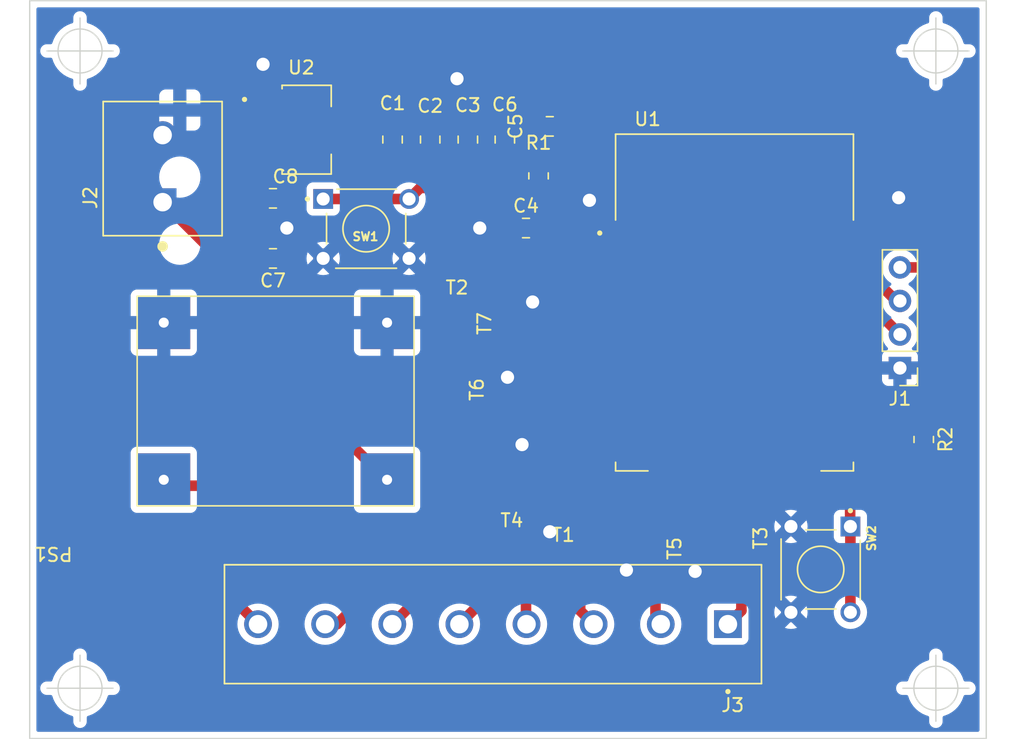
<source format=kicad_pcb>
(kicad_pcb (version 20211014) (generator pcbnew)
  (layers (0 "F.Cu" signal) (31 "B.Cu" signal) (34 "B.Paste" user) (35 "F.Paste" user) (36 "B.SilkS" user "B.Silkscreen") (37 "F.SilkS" user "F.Silkscreen") (38 "B.Mask" user) (39 "F.Mask" user) (44 "Edge.Cuts" user))
  (net 0 "")
  (net 1 "+3V3")
  (net 2 "GND")
  (net 3 "Net-(J3-Pad1)")
  (net 4 "Net-(J3-Pad2)")
  (net 5 "Net-(J3-Pad4)")
  (net 6 "Net-(J3-Pad5)")
  (net 7 "Net-(J3-Pad6)")
  (net 8 "Net-(J3-Pad7)")
  (net 9 "Net-(C7-Pad2)")
  (net 10 "Net-(J1-Pad2)")
  (net 11 "Net-(J1-Pad3)")
  (net 12 "Net-(J3-Pad3)")
  (net 13 "Net-(T1-Pad1)")
  (net 14 "Net-(T2-Pad1)")
  (net 15 "Net-(T3-Pad1)")
  (net 39 "Net-(T4-Pad1)")
  (net 40 "Net-(T5-Pad1)")
  (net 41 "Net-(T6-Pad1)")
  (net 42 "Net-(T7-Pad1)")
  (net 43 "Net-(C4-Pad2)")
  (net 44 "12V")
  (net 45 "Net-(R2-Pad2)")
  (footprint "libraries:SOT23" (layer "F.Cu") (at 150.4 108.8 -90)
    (fp_text reference "T5" (at 1.27142 -2.54284 90) (layer "F.SilkS") (effects (font (size 1.001118 1.001118))))
    (fp_text value "BC848")
    (pad "1" smd rect locked (at -0.95 1.1 270) (size 1 1.4) (layers "F.Cu" "F.Paste" "F.Mask") (net 40 "Net-(T5-Pad1)"))
    (pad "2" smd rect locked (at 0.95 1.1 270) (size 1 1.4) (layers "F.Cu" "F.Paste" "F.Mask") (net 2 "GND"))
    (pad "3" smd rect locked (at 0 -1.1 270) (size 1 1.4) (layers "F.Cu" "F.Paste" "F.Mask") (net 4 "Net-(J3-Pad2)"))
  )
  (footprint "Capacitor_SMD:C_0805_2012Metric" (layer "F.Cu") (at 140.1 79.1 90)
    (fp_text reference "C6" (at 2.65 0 180) (layer "F.SilkS"))
    (fp_text value "4.7u")
    (fp_line (start -0.261252 -0.735) (end 0.261252 -0.735) (layer "F.SilkS") (width 0.12))
    (fp_line (start -0.261252 0.735) (end 0.261252 0.735) (layer "F.SilkS") (width 0.12))
    (pad "1" smd roundrect (at -0.95 0 90) (size 1 1.45) (layers "F.Cu" "F.Paste" "F.Mask") (net 1 "+3V3"))
    (pad "2" smd roundrect (at 0.95 0 90) (size 1 1.45) (layers "F.Cu" "F.Paste" "F.Mask") (net 2 "GND"))
  )
  (footprint "libraries:TE_282841-8" (layer "F.Cu") (at 139.2 115.8 180)
    (fp_text reference "J3" (at -18.145 -6.135) (layer "F.SilkS"))
    (fp_text value "R pinnen RGB strips")
    (fp_line (start 20.32 4.5) (end -20.32 4.5) (layer "F.SilkS") (width 0.127))
    (fp_line (start -20.32 -4.5) (end 20.32 -4.5) (layer "F.SilkS") (width 0.127))
    (fp_line (start 20.32 -4.5) (end 20.32 4.5) (layer "F.SilkS") (width 0.127))
    (fp_line (start -20.32 4.5) (end -20.32 -4.5) (layer "F.SilkS") (width 0.127))
    (fp_circle (center -17.78 -5.1) (end -17.68 -5.1) (layer "F.SilkS") (width 0.2) (fill none))
    (pad "1" thru_hole rect locked (at -17.78 0 180) (size 2.1 2.1) (drill 1.4) (layers *.Cu *.Mask) (net 3 "Net-(J3-Pad1)"))
    (pad "2" thru_hole circle locked (at -12.7 0 180) (size 2.1 2.1) (drill 1.4) (layers *.Cu *.Mask) (net 4 "Net-(J3-Pad2)"))
    (pad "3" thru_hole circle locked (at -7.62 0 180) (size 2.1 2.1) (drill 1.4) (layers *.Cu *.Mask) (net 12 "Net-(J3-Pad3)"))
    (pad "4" thru_hole circle locked (at -2.54 0 180) (size 2.1 2.1) (drill 1.4) (layers *.Cu *.Mask) (net 5 "Net-(J3-Pad4)"))
    (pad "5" thru_hole circle locked (at 2.54 0 180) (size 2.1 2.1) (drill 1.4) (layers *.Cu *.Mask) (net 6 "Net-(J3-Pad5)"))
    (pad "6" thru_hole circle locked (at 7.62 0 180) (size 2.1 2.1) (drill 1.4) (layers *.Cu *.Mask) (net 7 "Net-(J3-Pad6)"))
    (pad "7" thru_hole circle locked (at 12.7 0 180) (size 2.1 2.1) (drill 1.4) (layers *.Cu *.Mask) (net 8 "Net-(J3-Pad7)"))
    (pad "8" thru_hole circle locked (at 17.78 0 180) (size 2.1 2.1) (drill 1.4) (layers *.Cu *.Mask) (net 44 "12V"))
  )
  (footprint "Capacitor_SMD:C_0805_2012Metric" (layer "F.Cu") (at 134.45 79.1 90)
    (fp_text reference "C2" (at 2.55 0 180) (layer "F.SilkS"))
    (fp_text value "22u")
    (fp_line (start -0.261252 -0.735) (end 0.261252 -0.735) (layer "F.SilkS") (width 0.12))
    (fp_line (start -0.261252 0.735) (end 0.261252 0.735) (layer "F.SilkS") (width 0.12))
    (pad "1" smd roundrect (at -0.95 0 90) (size 1 1.45) (layers "F.Cu" "F.Paste" "F.Mask") (net 1 "+3V3"))
    (pad "2" smd roundrect (at 0.95 0 90) (size 1 1.45) (layers "F.Cu" "F.Paste" "F.Mask") (net 2 "GND"))
  )
  (footprint "Capacitor_SMD:C_0805_2012Metric" (layer "F.Cu") (at 122.55 83.55)
    (fp_text reference "C8" (at 0.95 -1.65) (layer "F.SilkS"))
    (fp_text value "4.7u")
    (fp_line (start -0.261252 -0.735) (end 0.261252 -0.735) (layer "F.SilkS") (width 0.12))
    (fp_line (start -0.261252 0.735) (end 0.261252 0.735) (layer "F.SilkS") (width 0.12))
    (pad "1" smd roundrect (at -0.95 0) (size 1 1.45) (layers "F.Cu" "F.Paste" "F.Mask") (net 9 "Net-(C7-Pad2)"))
    (pad "2" smd roundrect (at 0.95 0) (size 1 1.45) (layers "F.Cu" "F.Paste" "F.Mask") (net 2 "GND"))
  )
  (footprint "Connector_PinHeader_2.54mm:PinHeader_1x04_P2.54mm_Vertical" (layer "F.Cu") (at 170 96.4 180)
    (fp_text reference "J1" (at 0 -2.33) (layer "F.SilkS"))
    (fp_text value "Conn_01x04_Female")
    (fp_line (start -1.33 8.95) (end 1.33 8.95) (layer "F.SilkS") (width 0.12))
    (fp_line (start -1.33 1.27) (end -1.33 8.95) (layer "F.SilkS") (width 0.12))
    (fp_line (start -1.33 1.27) (end 1.33 1.27) (layer "F.SilkS") (width 0.12))
    (fp_line (start 1.33 1.27) (end 1.33 8.95) (layer "F.SilkS") (width 0.12))
    (fp_line (start -1.33 0) (end -1.33 -1.33) (layer "F.SilkS") (width 0.12))
    (fp_line (start -1.33 -1.33) (end 0 -1.33) (layer "F.SilkS") (width 0.12))
    (pad "1" thru_hole rect (at 0 0 180) (size 1.7 1.7) (drill 1) (layers *.Cu *.Mask) (net 2 "GND"))
    (pad "2" thru_hole oval (at 0 2.54 180) (size 1.7 1.7) (drill 1) (layers *.Cu *.Mask) (net 10 "Net-(J1-Pad2)"))
    (pad "3" thru_hole oval (at 0 5.08 180) (size 1.7 1.7) (drill 1) (layers *.Cu *.Mask) (net 11 "Net-(J1-Pad3)"))
    (pad "4" thru_hole oval (at 0 7.62 180) (size 1.7 1.7) (drill 1) (layers *.Cu *.Mask) (net 1 "+3V3"))
  )
  (footprint "libraries:SOT23" (layer "F.Cu") (at 141.9 105.4 180)
    (fp_text reference "T4" (at 1.27142 -2.54284) (layer "F.SilkS") (effects (font (size 1.001118 1.001118))))
    (fp_text value "BC848")
    (pad "1" smd rect locked (at -0.95 1.1 180) (size 1 1.4) (layers "F.Cu" "F.Paste" "F.Mask") (net 39 "Net-(T4-Pad1)"))
    (pad "2" smd rect locked (at 0.95 1.1 180) (size 1 1.4) (layers "F.Cu" "F.Paste" "F.Mask") (net 2 "GND"))
    (pad "3" smd rect locked (at 0 -1.1 180) (size 1 1.4) (layers "F.Cu" "F.Paste" "F.Mask") (net 5 "Net-(J3-Pad4)"))
  )
  (footprint "libraries:SOT23" (layer "F.Cu") (at 139.2 90.2 180)
    (fp_text reference "T2" (at 2.718 -0.1104) (layer "F.SilkS") (effects (font (size 1.001118 1.001118))))
    (fp_text value "BC848")
    (pad "1" smd rect locked (at -0.95 1.1 180) (size 1 1.4) (layers "F.Cu" "F.Paste" "F.Mask") (net 14 "Net-(T2-Pad1)"))
    (pad "2" smd rect locked (at 0.95 1.1 180) (size 1 1.4) (layers "F.Cu" "F.Paste" "F.Mask") (net 2 "GND"))
    (pad "3" smd rect locked (at 0 -1.1 180) (size 1 1.4) (layers "F.Cu" "F.Paste" "F.Mask") (net 8 "Net-(J3-Pad7)"))
  )
  (footprint "libraries:Buck Converter" (layer "F.Cu") (at 122.6865 98.9635 180)
    (fp_text reference "PS1" (at 16.764 -11.509 180 unlocked) (layer "F.SilkS"))
    (fp_text value "ITX0512SA")
    (fp_rect (start -10.541 -7.874) (end 10.414 8.001) (layer "F.SilkS") (width 0.12) (fill none))
    (pad "1a" thru_hole rect (at 8.4 -5.9 180) (size 4 4) (drill 0.762) (layers *.Cu *.Mask) (net 44 "12V"))
    (pad "2a" thru_hole rect (at 8.4 6 180) (size 4 4) (drill 0.762) (layers *.Cu *.Mask) (net 2 "GND"))
    (pad "3a" thru_hole rect (at -8.5 -5.9 180) (size 4 4) (drill 0.762) (layers *.Cu *.Mask) (net 9 "Net-(C7-Pad2)"))
    (pad "4a" thru_hole rect (at -8.5 6 180) (size 4 4) (drill 0.762) (layers *.Cu *.Mask) (net 2 "GND"))
  )
  (footprint "libraries:SOT23" (layer "F.Cu") (at 156.9 108 -90)
    (fp_text reference "T3" (at 1.27142 -2.54284 -270) (layer "F.SilkS") (effects (font (size 1.001118 1.001118))))
    (fp_text value "BC848")
    (pad "1" smd rect locked (at -0.95 1.1 270) (size 1 1.4) (layers "F.Cu" "F.Paste" "F.Mask") (net 15 "Net-(T3-Pad1)"))
    (pad "2" smd rect locked (at 0.95 1.1 270) (size 1 1.4) (layers "F.Cu" "F.Paste" "F.Mask") (net 2 "GND"))
    (pad "3" smd rect locked (at 0 -1.1 270) (size 1 1.4) (layers "F.Cu" "F.Paste" "F.Mask") (net 3 "Net-(J3-Pad1)"))
  )
  (footprint "Capacitor_SMD:C_0805_2012Metric" (layer "F.Cu") (at 131.6 79.1 90)
    (fp_text reference "C1" (at 2.75 0 180) (layer "F.SilkS"))
    (fp_text value "220u")
    (fp_line (start -0.261252 0.735) (end 0.261252 0.735) (layer "F.SilkS") (width 0.12))
    (fp_line (start -0.261252 -0.735) (end 0.261252 -0.735) (layer "F.SilkS") (width 0.12))
    (pad "1" smd roundrect (at -0.95 0 90) (size 1 1.45) (layers "F.Cu" "F.Paste" "F.Mask") (net 1 "+3V3"))
    (pad "2" smd roundrect locked (at 0.95 0 90) (size 1 1.45) (layers "F.Cu" "F.Paste" "F.Mask") (net 2 "GND"))
  )
  (footprint "Resistor_SMD:R_0805_2012Metric" (layer "F.Cu") (at 142.65 81.85 -90)
    (fp_text reference "R1" (at -2.5 0 180) (layer "F.SilkS"))
    (fp_text value "10k")
    (fp_line (start -0.227064 -0.735) (end 0.227064 -0.735) (layer "F.SilkS") (width 0.12))
    (fp_line (start -0.227064 0.735) (end 0.227064 0.735) (layer "F.SilkS") (width 0.12))
    (pad "1" smd roundrect (at -0.9125 0 270) (size 1.025 1.4) (layers "F.Cu" "F.Paste" "F.Mask") (roundrect_rratio 0.243902) (net 1 "+3V3"))
    (pad "2" smd roundrect (at 0.9125 0 270) (size 1.025 1.4) (layers "F.Cu" "F.Paste" "F.Mask") (roundrect_rratio 0.243902) (net 43 "Net-(C4-Pad2)"))
  )
  (footprint "libraries:SOT23" (layer "F.Cu") (at 145.8 106.5 180)
    (fp_text reference "T1" (at 1.27142 -2.54284) (layer "F.SilkS") (effects (font (size 1.001118 1.001118))))
    (fp_text value "BC848")
    (pad "1" smd rect locked (at -0.95 1.1 180) (size 1 1.4) (layers "F.Cu" "F.Paste" "F.Mask") (net 13 "Net-(T1-Pad1)"))
    (pad "2" smd rect locked (at 0.95 1.1 180) (size 1 1.4) (layers "F.Cu" "F.Paste" "F.Mask") (net 2 "GND"))
    (pad "3" smd rect locked (at 0 -1.1 180) (size 1 1.4) (layers "F.Cu" "F.Paste" "F.Mask") (net 12 "Net-(J3-Pad3)"))
  )
  (footprint "Capacitor_SMD:C_0805_2012Metric" (layer "F.Cu") (at 122.55 88.1 180)
    (fp_text reference "C7" (at 0 -1.68) (layer "F.SilkS"))
    (fp_text value "0.1u")
    (fp_line (start -0.261252 -0.735) (end 0.261252 -0.735) (layer "F.SilkS") (width 0.12))
    (fp_line (start -0.261252 0.735) (end 0.261252 0.735) (layer "F.SilkS") (width 0.12))
    (pad "1" smd roundrect (at -0.95 0 180) (size 1 1.45) (layers "F.Cu" "F.Paste" "F.Mask") (net 2 "GND"))
    (pad "2" smd roundrect (at 0.95 0 180) (size 1 1.45) (layers "F.Cu" "F.Paste" "F.Mask") (net 9 "Net-(C7-Pad2)"))
  )
  (footprint "libraries:SOT229P700X180-4N" (layer "F.Cu") (at 125.1 78.35)
    (fp_text reference "U2" (at -0.40579 -4.70284) (layer "F.SilkS") (effects (font (size 1.001528 1.001528))))
    (fp_text value "AMS1117")
    (fp_line (start -1.86 -3.36) (end -1.86 -3.1) (layer "F.SilkS") (width 0.127))
    (fp_line (start -1.86 3.36) (end 1.86 3.36) (layer "F.SilkS") (width 0.127))
    (fp_line (start 1.86 -1.76) (end 1.86 -3.36) (layer "F.SilkS") (width 0.127))
    (fp_line (start -1.86 -3.36) (end 1.86 -3.36) (layer "F.SilkS") (width 0.127))
    (fp_line (start -1.86 3.11) (end -1.86 3.36) (layer "F.SilkS") (width 0.127))
    (fp_line (start 1.86 3.36) (end 1.86 1.87) (layer "F.SilkS") (width 0.127))
    (fp_circle (center -4.703 -2.29) (end -4.603 -2.29) (layer "F.SilkS") (width 0.2) (fill none))
    (pad "1" smd roundrect locked (at -3.345 -2.29 270) (size 0.93 1.31) (layers "F.Cu" "F.Paste" "F.Mask") (roundrect_rratio 0.1) (net 2 "GND"))
    (pad "2" smd roundrect locked (at -3.345 0 270) (size 0.93 1.31) (layers "F.Cu" "F.Paste" "F.Mask") (roundrect_rratio 0.1) (net 1 "+3V3"))
    (pad "3" smd roundrect locked (at -3.345 2.29 270) (size 0.93 1.31) (layers "F.Cu" "F.Paste" "F.Mask") (roundrect_rratio 0.1) (net 9 "Net-(C7-Pad2)"))
    (pad "4" smd roundrect locked (at 3.345 0 270) (size 3.24 1.31) (layers "F.Cu" "F.Paste" "F.Mask") (roundrect_rratio 0.1) (net 1 "+3V3"))
  )
  (footprint "libraries:SOT23" (layer "F.Cu") (at 141.1 94.3 90)
    (fp_text reference "T7" (at 1.27142 -2.54284 90) (layer "F.SilkS") (effects (font (size 1.001118 1.001118))))
    (fp_text value "BC848")
    (pad "1" smd rect locked (at -0.95 1.1 90) (size 1 1.4) (layers "F.Cu" "F.Paste" "F.Mask") (net 42 "Net-(T7-Pad1)"))
    (pad "2" smd rect locked (at 0.95 1.1 90) (size 1 1.4) (layers "F.Cu" "F.Paste" "F.Mask") (net 2 "GND"))
    (pad "3" smd rect locked (at 0 -1.1 90) (size 1 1.4) (layers "F.Cu" "F.Paste" "F.Mask") (net 7 "Net-(J3-Pad6)"))
  )
  (footprint "libraries:TE_282841-2" (layer "F.Cu") (at 114.2 81.3 90)
    (fp_text reference "J2" (at -2.197155 -5.470375 90) (layer "F.SilkS") (effects (font (size 1.000984 1.000984))))
    (fp_text value "12V DC")
    (fp_line (start -5.08 4.5) (end 5.08 4.5) (layer "F.SilkS") (width 0.127))
    (fp_line (start 5.08 -4.5) (end -5.08 -4.5) (layer "F.SilkS") (width 0.127))
    (fp_line (start 5.08 4.5) (end 5.08 -4.5) (layer "F.SilkS") (width 0.127))
    (fp_line (start -5.08 -4.5) (end -5.08 4.5) (layer "F.SilkS") (width 0.127))
    (fp_circle (center -5.89 0) (end -5.69 0) (layer "F.SilkS") (width 0.4) (fill none))
    (pad "1" thru_hole rect locked (at -2.54 0 90) (size 2.1 2.1) (drill 1.4) (layers *.Cu *.Mask) (net 44 "12V"))
    (pad "2" thru_hole circle locked (at 2.54 0 90) (size 2.1 2.1) (drill 1.4) (layers *.Cu *.Mask) (net 2 "GND"))
  )
  (footprint "Resistor_SMD:R_0805_2012Metric" (layer "F.Cu") (at 171.8 101.8125 -90)
    (fp_text reference "R2" (at 0 -1.65 90) (layer "F.SilkS"))
    (fp_text value "10k")
    (fp_line (start -0.227064 -0.735) (end 0.227064 -0.735) (layer "F.SilkS") (width 0.12))
    (fp_line (start -0.227064 0.735) (end 0.227064 0.735) (layer "F.SilkS") (width 0.12))
    (pad "1" smd roundrect (at -0.9125 0 270) (size 1.025 1.4) (layers "F.Cu" "F.Paste" "F.Mask") (roundrect_rratio 0.243902) (net 1 "+3V3"))
    (pad "2" smd roundrect (at 0.9125 0 270) (size 1.025 1.4) (layers "F.Cu" "F.Paste" "F.Mask") (roundrect_rratio 0.243902) (net 45 "Net-(R2-Pad2)"))
  )
  (footprint "Capacitor_SMD:C_0805_2012Metric" (layer "F.Cu") (at 141.7 85.8)
    (fp_text reference "C4" (at 0 -1.68) (layer "F.SilkS"))
    (fp_text value "1u")
    (fp_line (start -0.261252 -0.735) (end 0.261252 -0.735) (layer "F.SilkS") (width 0.12))
    (fp_line (start -0.261252 0.735) (end 0.261252 0.735) (layer "F.SilkS") (width 0.12))
    (pad "1" smd roundrect (at -0.95 0) (size 1 1.45) (layers "F.Cu" "F.Paste" "F.Mask") (net 2 "GND"))
    (pad "2" smd roundrect (at 0.95 0) (size 1 1.45) (layers "F.Cu" "F.Paste" "F.Mask") (net 43 "Net-(C4-Pad2)"))
  )
  (footprint "Capacitor_SMD:C_0805_2012Metric" (layer "F.Cu") (at 137.3 79.1 90)
    (fp_text reference "C3" (at 2.6 0 180) (layer "F.SilkS"))
    (fp_text value "0.1u")
    (fp_line (start -0.261252 0.735) (end 0.261252 0.735) (layer "F.SilkS") (width 0.12))
    (fp_line (start -0.261252 -0.735) (end 0.261252 -0.735) (layer "F.SilkS") (width 0.12))
    (pad "1" smd roundrect (at -0.95 0 90) (size 1 1.45) (layers "F.Cu" "F.Paste" "F.Mask") (net 1 "+3V3"))
    (pad "2" smd roundrect (at 0.95 0 90) (size 1 1.45) (layers "F.Cu" "F.Paste" "F.Mask") (net 2 "GND"))
  )
  (footprint "libraries:SW_1825910-6-4" (layer "F.Cu") (at 164 111.65 -90)
    (fp_text reference "SW2" (at -2.3627 -3.844398 90) (layer "F.SilkS") (effects (font (size 0.630643 0.630643))))
    (fp_text value "BOOT")
    (fp_line (start 2.3 2.995) (end -2.3 2.995) (layer "F.SilkS") (width 0.127))
    (fp_line (start 3 -1.15) (end 3 1.15) (layer "F.SilkS") (width 0.127))
    (fp_line (start -2.995 -1.15) (end -2.995 1.15) (layer "F.SilkS") (width 0.127))
    (fp_line (start -2.2 -2.995) (end 2.3 -2.995) (layer "F.SilkS") (width 0.127))
    (fp_circle (center 0 0) (end 1.755 0) (layer "F.SilkS") (width 0.127) (fill none))
    (fp_circle (center -4.445 -2.25) (end -4.345 -2.25) (layer "F.SilkS") (width 0.2) (fill none))
    (pad "1" thru_hole rect locked (at -3.25 -2.25 270) (size 1.498 1.498) (drill 0.99) (layers *.Cu *.Mask) (net 45 "Net-(R2-Pad2)"))
    (pad "2" thru_hole circle locked (at 3.25 -2.25 270) (size 1.498 1.498) (drill 0.99) (layers *.Cu *.Mask) (net 45 "Net-(R2-Pad2)"))
    (pad "3" thru_hole circle locked (at -3.25 2.25 270) (size 1.498 1.498) (drill 0.99) (layers *.Cu *.Mask) (net 2 "GND"))
    (pad "4" thru_hole circle locked (at 3.25 2.25 270) (size 1.498 1.498) (drill 0.99) (layers *.Cu *.Mask) (net 2 "GND"))
  )
  (footprint "libraries:SOT23" (layer "F.Cu") (at 142.3 99.6 90)
    (fp_text reference "T6" (at 1.5748 -4.318 90) (layer "F.SilkS") (effects (font (size 1.001118 1.001118))))
    (fp_text value "BC848")
    (pad "1" smd rect locked (at -0.95 1.1 90) (size 1 1.4) (layers "F.Cu" "F.Paste" "F.Mask") (net 41 "Net-(T6-Pad1)"))
    (pad "2" smd rect locked (at 0.95 1.1 90) (size 1 1.4) (layers "F.Cu" "F.Paste" "F.Mask") (net 2 "GND"))
    (pad "3" smd rect locked (at 0 -1.1 90) (size 1 1.4) (layers "F.Cu" "F.Paste" "F.Mask") (net 6 "Net-(J3-Pad5)"))
  )
  (footprint "Capacitor_SMD:C_0805_2012Metric" (layer "F.Cu") (at 143.5 78.1 180)
    (fp_text reference "C5" (at 2.6 0 90) (layer "F.SilkS"))
    (fp_text value "0.1u")
    (fp_line (start -0.261252 0.735) (end 0.261252 0.735) (layer "F.SilkS") (width 0.12))
    (fp_line (start -0.261252 -0.735) (end 0.261252 -0.735) (layer "F.SilkS") (width 0.12))
    (pad "1" smd roundrect (at -0.95 0 180) (size 1 1.45) (layers "F.Cu" "F.Paste" "F.Mask") (net 1 "+3V3"))
    (pad "2" smd roundrect (at 0.95 0 180) (size 1 1.45) (layers "F.Cu" "F.Paste" "F.Mask") (net 2 "GND"))
  )
  (footprint "libraries:SW_1825910-6-4" (layer "F.Cu") (at 129.6 85.85)
    (fp_text reference "SW1" (at -0.05 0.6) (layer "F.SilkS") (effects (font (size 0.630643 0.630643))))
    (fp_text value "ENABLE")
    (fp_line (start -2.995 -1.15) (end -2.995 1.15) (layer "F.SilkS") (width 0.127))
    (fp_line (start -2.2 -2.995) (end 2.3 -2.995) (layer "F.SilkS") (width 0.127))
    (fp_line (start 2.3 2.995) (end -2.3 2.995) (layer "F.SilkS") (width 0.127))
    (fp_line (start 3 -1.15) (end 3 1.15) (layer "F.SilkS") (width 0.127))
    (fp_circle (center 0 0) (end 1.755 0) (layer "F.SilkS") (width 0.127) (fill none))
    (fp_circle (center -4.445 -2.25) (end -4.345 -2.25) (layer "F.SilkS") (width 0.2) (fill none))
    (pad "1" thru_hole rect locked (at -3.25 -2.25) (size 1.498 1.498) (drill 0.99) (layers *.Cu *.Mask) (net 43 "Net-(C4-Pad2)"))
    (pad "2" thru_hole circle locked (at 3.25 -2.25) (size 1.498 1.498) (drill 0.99) (layers *.Cu *.Mask) (net 43 "Net-(C4-Pad2)"))
    (pad "3" thru_hole circle locked (at -3.25 2.25) (size 1.498 1.498) (drill 0.99) (layers *.Cu *.Mask) (net 2 "GND"))
    (pad "4" thru_hole circle locked (at 3.25 2.25) (size 1.498 1.498) (drill 0.99) (layers *.Cu *.Mask) (net 2 "GND"))
  )
  (footprint "libraries:XCVR_ESP32-WROOM-32E_(16MB)" (layer "F.Cu") (at 157.48 91.44)
    (fp_text reference "U1" (at -6.575 -13.885) (layer "F.SilkS"))
    (fp_text value "ESP32-WROOM-32E_(16MB)")
    (fp_line (start -9 -6.25) (end -9 -12.75) (layer "F.SilkS") (width 0.127))
    (fp_line (start 6.55 12.75) (end 9 12.75) (layer "F.SilkS") (width 0.127))
    (fp_line (start -9 -12.75) (end 9 -12.75) (layer "F.SilkS") (width 0.127))
    (fp_line (start -9 12.1) (end -9 12.75) (layer "F.SilkS") (width 0.127))
    (fp_line (start 9 -12.75) (end 9 -6.25) (layer "F.SilkS") (width 0.127))
    (fp_line (start 9 12.75) (end 9 12.1) (layer "F.SilkS") (width 0.127))
    (fp_line (start -9 12.75) (end -6.55 12.75) (layer "F.SilkS") (width 0.127))
    (fp_circle (center -10.2 -5.26) (end -10.1 -5.26) (layer "F.SilkS") (width 0.2) (fill none))
    (pad "1" smd rect (at -8.75 -5.26) (size 1.5 0.9) (layers "F.Cu" "F.Paste" "F.Mask") (net 2 "GND"))
    (pad "2" smd rect (at -8.75 -3.99) (size 1.5 0.9) (layers "F.Cu" "F.Paste" "F.Mask") (net 1 "+3V3"))
    (pad "3" smd rect (at -8.75 -2.72) (size 1.5 0.9) (layers "F.Cu" "F.Paste" "F.Mask") (net 43 "Net-(C4-Pad2)"))
    (pad "4" smd rect (at -8.75 -1.45) (size 1.5 0.9) (layers "F.Cu" "F.Paste" "F.Mask"))
    (pad "5" smd rect (at -8.75 -0.18) (size 1.5 0.9) (layers "F.Cu" "F.Paste" "F.Mask"))
    (pad "6" smd rect (at -8.75 1.09) (size 1.5 0.9) (layers "F.Cu" "F.Paste" "F.Mask"))
    (pad "7" smd rect (at -8.75 2.36) (size 1.5 0.9) (layers "F.Cu" "F.Paste" "F.Mask"))
    (pad "8" smd rect (at -8.75 3.63) (size 1.5 0.9) (layers "F.Cu" "F.Paste" "F.Mask"))
    (pad "9" smd rect (at -8.75 4.9) (size 1.5 0.9) (layers "F.Cu" "F.Paste" "F.Mask") (net 14 "Net-(T2-Pad1)"))
    (pad "10" smd rect (at -8.75 6.17) (size 1.5 0.9) (layers "F.Cu" "F.Paste" "F.Mask") (net 42 "Net-(T7-Pad1)"))
    (pad "11" smd rect (at -8.75 7.44) (size 1.5 0.9) (layers "F.Cu" "F.Paste" "F.Mask") (net 41 "Net-(T6-Pad1)"))
    (pad "12" smd rect (at -8.75 8.71) (size 1.5 0.9) (layers "F.Cu" "F.Paste" "F.Mask") (net 39 "Net-(T4-Pad1)"))
    (pad "13" smd rect (at -8.75 9.98) (size 1.5 0.9) (layers "F.Cu" "F.Paste" "F.Mask") (net 13 "Net-(T1-Pad1)"))
    (pad "14" smd rect (at -8.75 11.25) (size 1.5 0.9) (layers "F.Cu" "F.Paste" "F.Mask") (net 40 "Net-(T5-Pad1)"))
    (pad "15" smd rect (at -5.715 12.5) (size 0.9 1.5) (layers "F.Cu" "F.Paste" "F.Mask") (net 2 "GND"))
    (pad "16" smd rect (at -4.445 12.5) (size 0.9 1.5) (layers "F.Cu" "F.Paste" "F.Mask") (net 15 "Net-(T3-Pad1)"))
    (pad "17" smd rect (at -3.175 12.5) (size 0.9 1.5) (layers "F.Cu" "F.Paste" "F.Mask"))
    (pad "18" smd rect (at -1.905 12.5) (size 0.9 1.5) (layers "F.Cu" "F.Paste" "F.Mask"))
    (pad "19" smd rect (at -0.635 12.5) (size 0.9 1.5) (layers "F.Cu" "F.Paste" "F.Mask"))
    (pad "20" smd rect (at 0.635 12.5) (size 0.9 1.5) (layers "F.Cu" "F.Paste" "F.Mask"))
    (pad "21" smd rect (at 1.905 12.5) (size 0.9 1.5) (layers "F.Cu" "F.Paste" "F.Mask"))
    (pad "22" smd rect (at 3.175 12.5) (size 0.9 1.5) (layers "F.Cu" "F.Paste" "F.Mask"))
    (pad "23" smd rect (at 4.445 12.5) (size 0.9 1.5) (layers "F.Cu" "F.Paste" "F.Mask"))
    (pad "24" smd rect (at 5.715 12.5) (size 0.9 1.5) (layers "F.Cu" "F.Paste" "F.Mask"))
    (pad "25" smd rect (at 8.75 11.25) (size 1.5 0.9) (layers "F.Cu" "F.Paste" "F.Mask") (net 45 "Net-(R2-Pad2)"))
    (pad "26" smd rect (at 8.75 9.98) (size 1.5 0.9) (layers "F.Cu" "F.Paste" "F.Mask"))
    (pad "27" smd rect (at 8.75 8.71) (size 1.5 0.9) (layers "F.Cu" "F.Paste" "F.Mask"))
    (pad "28" smd rect (at 8.75 7.44) (size 1.5 0.9) (layers "F.Cu" "F.Paste" "F.Mask"))
    (pad "29" smd rect (at 8.75 6.17) (size 1.5 0.9) (layers "F.Cu" "F.Paste" "F.Mask"))
    (pad "30" smd rect (at 8.75 4.9) (size 1.5 0.9) (layers "F.Cu" "F.Paste" "F.Mask"))
    (pad "31" smd rect (at 8.75 3.63) (size 1.5 0.9) (layers "F.Cu" "F.Paste" "F.Mask"))
    (pad "32" smd rect (at 8.75 2.36) (size 1.5 0.9) (layers "F.Cu" "F.Paste" "F.Mask"))
    (pad "33" smd rect (at 8.75 1.09) (size 1.5 0.9) (layers "F.Cu" "F.Paste" "F.Mask"))
    (pad "34" smd rect (at 8.75 -0.18) (size 1.5 0.9) (layers "F.Cu" "F.Paste" "F.Mask") (net 10 "Net-(J1-Pad2)"))
    (pad "35" smd rect (at 8.75 -1.45) (size 1.5 0.9) (layers "F.Cu" "F.Paste" "F.Mask") (net 11 "Net-(J1-Pad3)"))
    (pad "36" smd rect (at 8.75 -2.72) (size 1.5 0.9) (layers "F.Cu" "F.Paste" "F.Mask"))
    (pad "37" smd rect (at 8.75 -3.99) (size 1.5 0.9) (layers "F.Cu" "F.Paste" "F.Mask"))
    (pad "38" smd rect (at 8.75 -5.26) (size 1.5 0.9) (layers "F.Cu" "F.Paste" "F.Mask") (net 2 "GND"))
    (pad "39_1" smd rect (at -2.9 1.06) (size 0.9 0.9) (layers "F.Cu" "F.Paste" "F.Mask") (net 2 "GND"))
    (pad "39_2" smd rect (at -1.5 1.06) (size 0.9 0.9) (layers "F.Cu" "F.Paste" "F.Mask") (net 2 "GND"))
    (pad "39_3" smd rect (at -0.1 1.06) (size 0.9 0.9) (layers "F.Cu" "F.Paste" "F.Mask") (net 2 "GND"))
    (pad "39_4" smd rect (at -2.9 2.46) (size 0.9 0.9) (layers "F.Cu" "F.Paste" "F.Mask") (net 2 "GND"))
    (pad "39_5" smd rect (at -1.5 2.46) (size 0.9 0.9) (layers "F.Cu" "F.Paste" "F.Mask") (net 2 "GND"))
    (pad "39_6" smd rect (at -0.1 2.46) (size 0.9 0.9) (layers "F.Cu" "F.Paste" "F.Mask") (net 2 "GND"))
    (pad "39_7" smd rect (at -2.9 3.86) (size 0.9 0.9) (layers "F.Cu" "F.Paste" "F.Mask") (net 2 "GND"))
    (pad "39_8" smd rect (at -1.5 3.86) (size 0.9 0.9) (layers "F.Cu" "F.Paste" "F.Mask") (net 2 "GND"))
    (pad "39_9" smd rect (at -0.1 3.86) (size 0.9 0.9) (layers "F.Cu" "F.Paste" "F.Mask") (net 2 "GND"))
  )
  (gr_rect (start 104.14 68.58) (end 176.53 124.46) (layer "Edge.Cuts") (width 0.1) (fill none))
  (gr_text "7 Segment" (at 155 72.9) (layer "F.Cu") (effects (font (size 1.5 1.5) (thickness 0.3))))
  (target plus (at 107.95 120.65) (size 5) (width 0.1) (layer "Edge.Cuts"))
  (target plus (at 172.72 120.65) (size 5) (width 0.1) (layer "Edge.Cuts"))
  (target plus (at 107.95 72.39) (size 5) (width 0.1) (layer "Edge.Cuts"))
  (target plus (at 172.72 72.39) (size 5) (width 0.1) (layer "Edge.Cuts"))
  (segment (start 168.1 76.2) (end 172.8 80.9) (width 0.8) (layer "F.Cu") (net 1))
  (segment (start 142.65 80.9375) (end 140.9875 80.9375) (width 0.8) (layer "F.Cu") (net 1))
  (segment (start 121.755 78.35) (end 128.445 78.35) (width 0.8) (layer "F.Cu") (net 1))
  (segment (start 131.6 80.05) (end 134.45 80.05) (width 0.8) (layer "F.Cu") (net 1))
  (segment (start 172.8 80.9) (end 172.8 87.48) (width 0.8) (layer "F.Cu") (net 1))
  (segment (start 146.35 76.2) (end 168.1 76.2) (width 0.8) (layer "F.Cu") (net 1))
  (segment (start 140.9875 80.9375) (end 140.1 80.05) (width 0.8) (layer "F.Cu") (net 1))
  (segment (start 144.45 80.9) (end 144.4125 80.9375) (width 0.8) (layer "F.Cu") (net 1))
  (segment (start 144.45 78.1) (end 144.45 80.9) (width 0.8) (layer "F.Cu") (net 1))
  (segment (start 137.3 80.05) (end 140.1 80.05) (width 0.8) (layer "F.Cu") (net 1))
  (segment (start 142.65 80.9375) (end 144.4125 80.9375) (width 0.8) (layer "F.Cu") (net 1))
  (segment (start 172.8 88.78) (end 172.8 87.48) (width 0.8) (layer "F.Cu") (net 1))
  (segment (start 144.4125 85.2125) (end 146.65 87.45) (width 0.8) (layer "F.Cu") (net 1))
  (segment (start 144.45 78.1) (end 146.35 76.2) (width 0.8) (layer "F.Cu") (net 1))
  (segment (start 172.8 87.48) (end 172.8 99.9) (width 0.8) (layer "F.Cu") (net 1))
  (segment (start 130.145 80.05) (end 131.6 80.05) (width 0.8) (layer "F.Cu") (net 1))
  (segment (start 170 88.78) (end 172.8 88.78) (width 0.8) (layer "F.Cu") (net 1))
  (segment (start 144.4125 80.9375) (end 144.4125 85.2125) (width 0.8) (layer "F.Cu") (net 1))
  (segment (start 134.45 80.05) (end 137.3 80.05) (width 0.8) (layer "F.Cu") (net 1))
  (segment (start 128.445 78.35) (end 130.145 80.05) (width 0.8) (layer "F.Cu") (net 1))
  (segment (start 146.65 87.45) (end 148.73 87.45) (width 0.8) (layer "F.Cu") (net 1))
  (segment (start 172.8 99.9) (end 171.8 100.9) (width 0.8) (layer "F.Cu") (net 1))
  (segment (start 146.5 85.4) (end 146.5 83.7) (width 0.8) (layer "F.Cu") (net 2))
  (segment (start 154.5 109.400978) (end 154.5 111.8) (width 0.8) (layer "F.Cu") (net 2))
  (segment (start 166.23 86.18) (end 169.02 86.18) (width 0.8) (layer "F.Cu") (net 2))
  (segment (start 157.38 92.5) (end 157.38 95.3) (width 0.8) (layer "F.Cu") (net 2))
  (segment (start 151.765 103.94) (end 151.765 106.665978) (width 0.8) (layer "F.Cu") (net 2))
  (segment (start 136.45 78.15) (end 134.45 78.15) (width 0.8) (layer "F.Cu") (net 2))
  (segment (start 147.28 86.18) (end 146.5 85.4) (width 0.8) (layer "F.Cu") (net 2))
  (segment (start 137.3 78.15) (end 136.45 78.15) (width 0.8) (layer "F.Cu") (net 2))
  (segment (start 138.25 85.85) (end 138.2 85.8) (width 0.8) (layer "F.Cu") (net 2))
  (segment (start 138.25 89.1) (end 138.25 85.85) (width 0.8) (layer "F.Cu") (net 2))
  (segment (start 154.58 92.5) (end 157.38 95.3) (width 0.8) (layer "F.Cu") (net 2))
  (segment (start 141.85 97.1) (end 140.3 97.1) (width 0.8) (layer "F.Cu") (net 2))
  (segment (start 169.9 85.3) (end 169.9 83.5) (width 0.8) (layer "F.Cu") (net 2))
  (segment (start 123.6 85.8) (end 123.6 88) (width 0.8) (layer "F.Cu") (net 2))
  (segment (start 155.98 92.5) (end 155.98 95.3) (width 0.8) (layer "F.Cu") (net 2))
  (segment (start 154.58 93.9) (end 157.38 93.9) (width 0.8) (layer "F.Cu") (net 2))
  (segment (start 123.6 85.8) (end 123.6 83.65) (width 0.8) (layer "F.Cu") (net 2))
  (segment (start 136.478078 74.488945) (end 136.478078 78.121922) (width 0.8) (layer "F.Cu") (net 2))
  (segment (start 151.765 103.94) (end 151.765 101.635) (width 0.8) (layer "F.Cu") (net 2))
  (segment (start 142.2 91.4) (end 142.2 93.35) (width 0.8) (layer "F.Cu") (net 2))
  (segment (start 169.02 86.18) (end 169.9 85.3) (width 0.8) (layer "F.Cu") (net 2))
  (segment (start 140.1 78.15) (end 137.3 78.15) (width 0.8) (layer "F.Cu") (net 2))
  (segment (start 154.58 92.5) (end 157.38 92.5) (width 0.8) (layer "F.Cu") (net 2))
  (segment (start 151.765 101.635) (end 154.58 98.82) (width 0.8) (layer "F.Cu") (net 2))
  (segment (start 142.55 78.1) (end 140.15 78.1) (width 0.8) (layer "F.Cu") (net 2))
  (segment (start 143.4 98.65) (end 141.85 97.1) (width 0.8) (layer "F.Cu") (net 2))
  (segment (start 151.765 106.665978) (end 154.049022 108.95) (width 0.8) (layer "F.Cu") (net 2))
  (segment (start 157.38 95.3) (end 154.58 95.3) (width 0.8) (layer "F.Cu") (net 2))
  (segment (start 154.049022 108.95) (end 154.5 109.400978) (width 0.8) (layer "F.Cu") (net 2))
  (segment (start 140.95 104.3) (end 140.95 102.65) (width 0.8) (layer "F.Cu") (net 2))
  (segment (start 143.5 106.75) (end 144.85 105.4) (width 0.8) (layer "F.Cu") (net 2))
  (segment (start 157.38 92.5) (end 154.58 95.3) (width 0.8) (layer "F.Cu") (net 2))
  (segment (start 140.75 85.8) (end 138.2 85.8) (width 0.8) (layer "F.Cu") (net 2))
  (segment (start 148.73 86.18) (end 147.28 86.18) (width 0.8) (layer "F.Cu") (net 2))
  (segment (start 140.15 78.1) (end 140.1 78.15) (width 0.8) (layer "F.Cu") (net 2))
  (segment (start 140.95 102.65) (end 141.4 102.2) (width 0.8) (layer "F.Cu") (net 2))
  (segment (start 136.478078 78.121922) (end 136.45 78.15) (width 0.8) (layer "F.Cu") (net 2))
  (segment (start 154.58 95.3) (end 154.58 92.5) (width 0.8) (layer "F.Cu") (net 2))
  (segment (start 131.6 78.15) (end 134.45 78.15) (width 0.8) (layer "F.Cu") (net 2))
  (segment (start 143.5 108.8) (end 143.5 106.75) (width 0.8) (layer "F.Cu") (net 2))
  (segment (start 121.8 76.015) (end 121.755 76.06) (width 0.8) (layer "F.Cu") (net 2))
  (segment (start 149.3 111.7) (end 149.3 109.75) (width 0.8) (layer "F.Cu") (net 2))
  (segment (start 154.049022 108.95) (end 155.8 108.95) (width 0.8) (layer "F.Cu") (net 2))
  (segment (start 154.58 98.82) (end 154.58 95.3) (width 0.8) (layer "F.Cu") (net 2))
  (segment (start 121.8 73.4) (end 121.8 76.015) (width 0.8) (layer "F.Cu") (net 2))
  (segment (start 123.6 88) (end 123.5 88.1) (width 0.8) (layer "F.Cu") (net 2))
  (segment (start 123.5 83.55) (end 123.6 83.65) (width 0.8) (layer "F.Cu") (net 2))
  (via (at 140.3 97.1) (size 2) (drill 1) (layers "F.Cu" "B.Cu") (net 2))
  (via (at 121.8 73.4) (size 2) (drill 1) (layers "F.Cu" "B.Cu") (net 2))
  (via (at 146.5 83.7) (size 2) (drill 1) (layers "F.Cu" "B.Cu") (net 2))
  (via (at 142.2 91.4) (size 2) (drill 1) (layers "F.Cu" "B.Cu") (net 2))
  (via (at 143.5 108.8) (size 2) (drill 1) (layers "F.Cu" "B.Cu") (net 2))
  (via (at 149.3 111.7) (size 2) (drill 1) (layers "F.Cu" "B.Cu") (net 2))
  (via (at 138.2 85.8) (size 2) (drill 1) (layers "F.Cu" "B.Cu") (net 2))
  (via (at 169.9 83.5) (size 2) (drill 1) (layers "F.Cu" "B.Cu") (net 2))
  (via (at 123.6 85.8) (size 2) (drill 1) (layers "F.Cu" "B.Cu") (net 2))
  (via (at 136.478078 74.488945) (size 2) (drill 1) (layers "F.Cu" "B.Cu") (net 2))
  (via (at 154.5 111.8) (size 2) (drill 1) (layers "F.Cu" "B.Cu") (net 2))
  (via (at 141.4 102.2) (size 2) (drill 1) (layers "F.Cu" "B.Cu") (net 2))
  (segment (start 158 114.78) (end 156.98 115.8) (width 0.8) (layer "F.Cu") (net 3))
  (segment (start 158 108) (end 158 114.78) (width 0.8) (layer "F.Cu") (net 3))
  (segment (start 151.5 108.8) (end 151.5 115.4) (width 0.8) (layer "F.Cu") (net 4))
  (segment (start 151.5 115.4) (end 151.9 115.8) (width 0.8) (layer "F.Cu") (net 4))
  (segment (start 141.7 115.76) (end 141.74 115.8) (width 0.8) (layer "F.Cu") (net 5))
  (segment (start 141.7 106.7) (end 141.7 115.76) (width 0.8) (layer "F.Cu") (net 5))
  (segment (start 141.9 106.5) (end 141.7 106.7) (width 0.8) (layer "F.Cu") (net 5))
  (segment (start 141.2 99.6) (end 140.6 99.6) (width 0.8) (layer "F.Cu") (net 6))
  (segment (start 140.6 99.6) (end 139 101.2) (width 0.8) (layer "F.Cu") (net 6))
  (segment (start 139 113.46) (end 136.66 115.8) (width 0.8) (layer "F.Cu") (net 6))
  (segment (start 139 101.2) (end 139 113.46) (width 0.8) (layer "F.Cu") (net 6))
  (segment (start 137.1 97.2) (end 137.1 110.28) (width 0.8) (layer "F.Cu") (net 7))
  (segment (start 140 94.3) (end 137.1 97.2) (width 0.8) (layer "F.Cu") (net 7))
  (segment (start 137.1 110.28) (end 131.58 115.8) (width 0.8) (layer "F.Cu") (net 7))
  (segment (start 127.4 115.8) (end 126.5 115.8) (width 0.8) (layer "F.Cu") (net 8))
  (segment (start 135.2 108) (end 127.4 115.8) (width 0.8) (layer "F.Cu") (net 8))
  (segment (start 139.2 91.3) (end 135.2 95.3) (width 0.8) (layer "F.Cu") (net 8))
  (segment (start 135.2 95.3) (end 135.2 108) (width 0.8) (layer "F.Cu") (net 8))
  (segment (start 121.755 80.64) (end 121.6 80.795) (width 0.8) (layer "F.Cu") (net 9))
  (segment (start 121.6 88.1) (end 121.6 95.337) (width 0.8) (layer "F.Cu") (net 9))
  (segment (start 121.6 83.55) (end 121.6 88.1) (width 0.8) (layer "F.Cu") (net 9))
  (segment (start 121.6 95.337) (end 131.5765 105.3135) (width 0.8) (layer "F.Cu") (net 9))
  (segment (start 121.6 80.795) (end 121.6 83.55) (width 0.8) (layer "F.Cu") (net 9))
  (segment (start 166.23 91.26) (end 167.4 91.26) (width 0.8) (layer "F.Cu") (net 10))
  (segment (start 167.4 91.26) (end 170 93.86) (width 0.8) (layer "F.Cu") (net 10))
  (segment (start 169.72 91.32) (end 170 91.32) (width 0.8) (layer "F.Cu") (net 11))
  (segment (start 168.39 89.99) (end 169.72 91.32) (width 0.8) (layer "F.Cu") (net 11))
  (segment (start 166.23 89.99) (end 168.39 89.99) (width 0.8) (layer "F.Cu") (net 11))
  (segment (start 145.8 107.6) (end 145.8 114.78) (width 0.8) (layer "F.Cu") (net 12))
  (segment (start 145.8 114.78) (end 146.82 115.8) (width 0.8) (layer "F.Cu") (net 12))
  (segment (start 146.75 105.4) (end 147.35 104.8) (width 0.8) (layer "F.Cu") (net 13))
  (segment (start 147.35 104.8) (end 147.35 101.8) (width 0.8) (layer "F.Cu") (net 13))
  (segment (start 147.73 101.42) (end 148.73 101.42) (width 0.8) (layer "F.Cu") (net 13))
  (segment (start 147.35 101.8) (end 147.73 101.42) (width 0.8) (layer "F.Cu") (net 13))
  (segment (start 147.600978 96.34) (end 148.73 96.34) (width 0.8) (layer "F.Cu") (net 14))
  (segment (start 144.8 93.539022) (end 147.600978 96.34) (width 0.8) (layer "F.Cu") (net 14))
  (segment (start 143.9 89.1) (end 144.8 90) (width 0.8) (layer "F.Cu") (net 14))
  (segment (start 144.8 90) (end 144.8 93.539022) (width 0.8) (layer "F.Cu") (net 14))
  (segment (start 140.15 89.1) (end 143.9 89.1) (width 0.8) (layer "F.Cu") (net 14))
  (segment (start 153.035 105.785) (end 153.035 103.94) (width 0.8) (layer "F.Cu") (net 15))
  (segment (start 155.8 107.05) (end 154.3 107.05) (width 0.8) (layer "F.Cu") (net 15))
  (segment (start 154.3 107.05) (end 153.035 105.785) (width 0.8) (layer "F.Cu") (net 15))
  (segment (start 142.85 103.95) (end 146.65 100.15) (width 0.8) (layer "F.Cu") (net 39))
  (segment (start 142.85 104.3) (end 142.85 103.95) (width 0.8) (layer "F.Cu") (net 39))
  (segment (start 146.65 100.15) (end 148.73 100.15) (width 0.8) (layer "F.Cu") (net 39))
  (segment (start 149.3 107.85) (end 149.3 103.26) (width 0.8) (layer "F.Cu") (net 40))
  (segment (start 149.3 103.26) (end 148.73 102.69) (width 0.8) (layer "F.Cu") (net 40))
  (segment (start 145.72 98.88) (end 148.73 98.88) (width 0.8) (layer "F.Cu") (net 41))
  (segment (start 144.05 100.55) (end 145.72 98.88) (width 0.8) (layer "F.Cu") (net 41))
  (segment (start 143.4 100.55) (end 144.05 100.55) (width 0.8) (layer "F.Cu") (net 41))
  (segment (start 145.16 97.61) (end 148.73 97.61) (width 0.8) (layer "F.Cu") (net 42))
  (segment (start 142.2 95.25) (end 142.8 95.25) (width 0.8) (layer "F.Cu") (net 42))
  (segment (start 142.8 95.25) (end 145.16 97.61) (width 0.8) (layer "F.Cu") (net 42))
  (segment (start 133.6875 82.7625) (end 142.65 82.7625) (width 0.8) (layer "F.Cu") (net 43))
  (segment (start 132.85 83.6) (end 133.6875 82.7625) (width 0.8) (layer "F.Cu") (net 43))
  (segment (start 142.65 85.8) (end 142.65 82.7625) (width 0.8) (layer "F.Cu") (net 43))
  (segment (start 126.35 83.6) (end 132.85 83.6) (width 0.8) (layer "F.Cu") (net 43))
  (segment (start 142.65 85.8) (end 145.57 88.72) (width 0.8) (layer "F.Cu") (net 43))
  (segment (start 145.57 88.72) (end 148.73 88.72) (width 0.8) (layer "F.Cu") (net 43))
  (segment (start 119 88.6) (end 119 105.3135) (width 0.8) (layer "F.Cu") (net 44))
  (segment (start 114.2 83.84) (end 114.24 83.84) (width 0.8) (layer "F.Cu") (net 44))
  (segment (start 119 105.3135) (end 119 113.38) (width 0.8) (layer "F.Cu") (net 44))
  (segment (start 119 105.3135) (end 113.7965 105.3135) (width 0.8) (layer "F.Cu") (net 44))
  (segment (start 119 113.38) (end 121.42 115.8) (width 0.8) (layer "F.Cu") (net 44))
  (segment (start 114.24 83.84) (end 119 88.6) (width 0.8) (layer "F.Cu") (net 44))
  (segment (start 166.23 108.38) (end 166.25 108.4) (width 0.8) (layer "F.Cu") (net 45))
  (segment (start 166.265 102.725) (end 166.23 102.69) (width 0.8) (layer "F.Cu") (net 45))
  (segment (start 166.23 102.69) (end 166.23 108.38) (width 0.8) (layer "F.Cu") (net 45))
  (segment (start 166.25 108.4) (end 166.25 114.9) (width 0.8) (layer "F.Cu") (net 45))
  (segment (start 171.8 102.725) (end 166.265 102.725) (width 0.8) (layer "F.Cu") (net 45))
  (zone (net 2) (net_name "GND") (layer "B.Cu") (connect_pads (clearance 0.508)) (min_thickness 0.254) (fill yes (thermal_gap 0.508) (thermal_bridge_width 1))
    (polygon (pts (xy 176.53 124.46) (xy 104.14 124.46) (xy 104.14 68.58) (xy 176.53 68.58)))
  )
)
</source>
